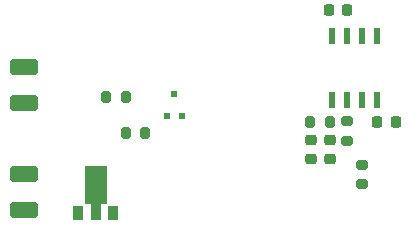
<source format=gbr>
%TF.GenerationSoftware,KiCad,Pcbnew,6.0.9-8da3e8f707~117~ubuntu20.04.1*%
%TF.CreationDate,2023-03-07T12:44:44-05:00*%
%TF.ProjectId,DCT_HV_Widget,4443545f-4856-45f5-9769-646765742e6b,rev?*%
%TF.SameCoordinates,Original*%
%TF.FileFunction,Paste,Top*%
%TF.FilePolarity,Positive*%
%FSLAX46Y46*%
G04 Gerber Fmt 4.6, Leading zero omitted, Abs format (unit mm)*
G04 Created by KiCad (PCBNEW 6.0.9-8da3e8f707~117~ubuntu20.04.1) date 2023-03-07 12:44:44*
%MOMM*%
%LPD*%
G01*
G04 APERTURE LIST*
G04 Aperture macros list*
%AMRoundRect*
0 Rectangle with rounded corners*
0 $1 Rounding radius*
0 $2 $3 $4 $5 $6 $7 $8 $9 X,Y pos of 4 corners*
0 Add a 4 corners polygon primitive as box body*
4,1,4,$2,$3,$4,$5,$6,$7,$8,$9,$2,$3,0*
0 Add four circle primitives for the rounded corners*
1,1,$1+$1,$2,$3*
1,1,$1+$1,$4,$5*
1,1,$1+$1,$6,$7*
1,1,$1+$1,$8,$9*
0 Add four rect primitives between the rounded corners*
20,1,$1+$1,$2,$3,$4,$5,0*
20,1,$1+$1,$4,$5,$6,$7,0*
20,1,$1+$1,$6,$7,$8,$9,0*
20,1,$1+$1,$8,$9,$2,$3,0*%
G04 Aperture macros list end*
%ADD10C,0.040000*%
%ADD11RoundRect,0.225000X-0.250000X0.225000X-0.250000X-0.225000X0.250000X-0.225000X0.250000X0.225000X0*%
%ADD12RoundRect,0.225000X0.225000X0.250000X-0.225000X0.250000X-0.225000X-0.250000X0.225000X-0.250000X0*%
%ADD13RoundRect,0.200000X-0.200000X-0.275000X0.200000X-0.275000X0.200000X0.275000X-0.200000X0.275000X0*%
%ADD14RoundRect,0.200000X0.200000X0.275000X-0.200000X0.275000X-0.200000X-0.275000X0.200000X-0.275000X0*%
%ADD15RoundRect,0.250000X-0.925000X0.412500X-0.925000X-0.412500X0.925000X-0.412500X0.925000X0.412500X0*%
%ADD16R,0.533400X1.460500*%
%ADD17R,0.900000X1.300000*%
%ADD18R,1.732000X3.125000*%
%ADD19R,0.900000X1.475000*%
%ADD20R,0.600000X0.550000*%
%ADD21RoundRect,0.200000X-0.275000X0.200000X-0.275000X-0.200000X0.275000X-0.200000X0.275000X0.200000X0*%
%ADD22RoundRect,0.200000X0.275000X-0.200000X0.275000X0.200000X-0.275000X0.200000X-0.275000X-0.200000X0*%
G04 APERTURE END LIST*
D10*
%TO.C,Q1*%
X152184000Y-89992500D02*
X153916000Y-89992500D01*
X153916000Y-89992500D02*
X153916000Y-93117500D01*
X153916000Y-93117500D02*
X152184000Y-93117500D01*
X152184000Y-93117500D02*
X152184000Y-89992500D01*
G36*
X152184000Y-89992500D02*
G01*
X153916000Y-89992500D01*
X153916000Y-93117500D01*
X152184000Y-93117500D01*
X152184000Y-89992500D01*
G37*
%TD*%
D11*
%TO.C,C2*%
X172875000Y-87800000D03*
X172875000Y-89350000D03*
%TD*%
D12*
%TO.C,C4*%
X174365000Y-76800000D03*
X172815000Y-76800000D03*
%TD*%
D13*
%TO.C,R1*%
X155575000Y-87200000D03*
X157225000Y-87200000D03*
%TD*%
D14*
%TO.C,R4*%
X171225000Y-86275000D03*
X172875000Y-86275000D03*
%TD*%
D15*
%TO.C,C6*%
X146950000Y-90650000D03*
X146950000Y-93725000D03*
%TD*%
D16*
%TO.C,U1*%
X173095000Y-84424150D03*
X174365000Y-84424150D03*
X175635000Y-84424150D03*
X176905000Y-84424150D03*
X176905000Y-78975850D03*
X175635000Y-78975850D03*
X174365000Y-78975850D03*
X173095000Y-78975850D03*
%TD*%
D17*
%TO.C,Q1*%
X154540000Y-93942500D03*
X151550000Y-93942500D03*
D18*
X153050000Y-91555000D03*
D19*
X153050000Y-93855000D03*
%TD*%
D11*
%TO.C,C1*%
X171247000Y-89350000D03*
X171247000Y-87800000D03*
%TD*%
D14*
%TO.C,R3*%
X155575000Y-84100000D03*
X153925000Y-84100000D03*
%TD*%
D20*
%TO.C,D1*%
X159055000Y-85725000D03*
X160355000Y-85725000D03*
X159705000Y-83875000D03*
%TD*%
D21*
%TO.C,R6*%
X175600000Y-89875000D03*
X175600000Y-91525000D03*
%TD*%
D15*
%TO.C,C5*%
X146950000Y-81575000D03*
X146950000Y-84650000D03*
%TD*%
D22*
%TO.C,R2*%
X174365000Y-86200000D03*
X174365000Y-87850000D03*
%TD*%
D12*
%TO.C,C3*%
X178450000Y-86275000D03*
X176900000Y-86275000D03*
%TD*%
M02*

</source>
